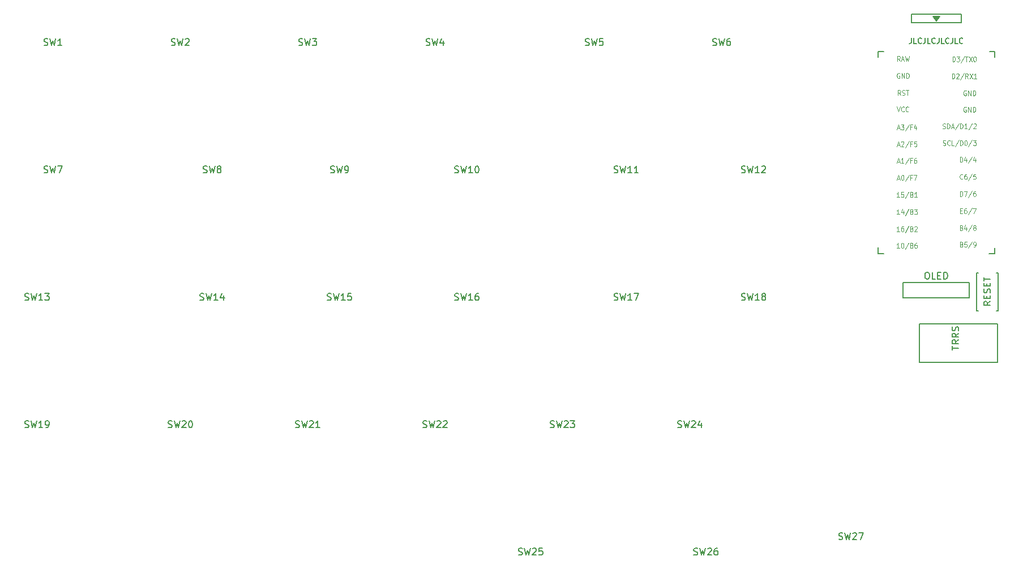
<source format=gbr>
G04 #@! TF.GenerationSoftware,KiCad,Pcbnew,(5.1.9)-1*
G04 #@! TF.CreationDate,2021-01-10T01:59:45+09:00*
G04 #@! TF.ProjectId,yuiop27,7975696f-7032-4372-9e6b-696361645f70,rev?*
G04 #@! TF.SameCoordinates,Original*
G04 #@! TF.FileFunction,Legend,Top*
G04 #@! TF.FilePolarity,Positive*
%FSLAX46Y46*%
G04 Gerber Fmt 4.6, Leading zero omitted, Abs format (unit mm)*
G04 Created by KiCad (PCBNEW (5.1.9)-1) date 2021-01-10 01:59:45*
%MOMM*%
%LPD*%
G01*
G04 APERTURE LIST*
%ADD10C,0.150000*%
%ADD11C,0.125000*%
G04 APERTURE END LIST*
D10*
X210236261Y-60998154D02*
X210236261Y-61569583D01*
X210198166Y-61683869D01*
X210121976Y-61760059D01*
X210007690Y-61798154D01*
X209931500Y-61798154D01*
X210998166Y-61798154D02*
X210617214Y-61798154D01*
X210617214Y-60998154D01*
X211721976Y-61721964D02*
X211683880Y-61760059D01*
X211569595Y-61798154D01*
X211493404Y-61798154D01*
X211379119Y-61760059D01*
X211302928Y-61683869D01*
X211264833Y-61607678D01*
X211226738Y-61455297D01*
X211226738Y-61341011D01*
X211264833Y-61188630D01*
X211302928Y-61112440D01*
X211379119Y-61036250D01*
X211493404Y-60998154D01*
X211569595Y-60998154D01*
X211683880Y-61036250D01*
X211721976Y-61074345D01*
X212293404Y-60998154D02*
X212293404Y-61569583D01*
X212255309Y-61683869D01*
X212179119Y-61760059D01*
X212064833Y-61798154D01*
X211988642Y-61798154D01*
X213055309Y-61798154D02*
X212674357Y-61798154D01*
X212674357Y-60998154D01*
X213779119Y-61721964D02*
X213741023Y-61760059D01*
X213626738Y-61798154D01*
X213550547Y-61798154D01*
X213436261Y-61760059D01*
X213360071Y-61683869D01*
X213321976Y-61607678D01*
X213283880Y-61455297D01*
X213283880Y-61341011D01*
X213321976Y-61188630D01*
X213360071Y-61112440D01*
X213436261Y-61036250D01*
X213550547Y-60998154D01*
X213626738Y-60998154D01*
X213741023Y-61036250D01*
X213779119Y-61074345D01*
X214350547Y-60998154D02*
X214350547Y-61569583D01*
X214312452Y-61683869D01*
X214236261Y-61760059D01*
X214121976Y-61798154D01*
X214045785Y-61798154D01*
X215112452Y-61798154D02*
X214731500Y-61798154D01*
X214731500Y-60998154D01*
X215836261Y-61721964D02*
X215798166Y-61760059D01*
X215683880Y-61798154D01*
X215607690Y-61798154D01*
X215493404Y-61760059D01*
X215417214Y-61683869D01*
X215379119Y-61607678D01*
X215341023Y-61455297D01*
X215341023Y-61341011D01*
X215379119Y-61188630D01*
X215417214Y-61112440D01*
X215493404Y-61036250D01*
X215607690Y-60998154D01*
X215683880Y-60998154D01*
X215798166Y-61036250D01*
X215836261Y-61074345D01*
X216407690Y-60998154D02*
X216407690Y-61569583D01*
X216369595Y-61683869D01*
X216293404Y-61760059D01*
X216179119Y-61798154D01*
X216102928Y-61798154D01*
X217169595Y-61798154D02*
X216788642Y-61798154D01*
X216788642Y-60998154D01*
X217893404Y-61721964D02*
X217855309Y-61760059D01*
X217741023Y-61798154D01*
X217664833Y-61798154D01*
X217550547Y-61760059D01*
X217474357Y-61683869D01*
X217436261Y-61607678D01*
X217398166Y-61455297D01*
X217398166Y-61341011D01*
X217436261Y-61188630D01*
X217474357Y-61112440D01*
X217550547Y-61036250D01*
X217664833Y-60998154D01*
X217741023Y-60998154D01*
X217855309Y-61036250D01*
X217893404Y-61074345D01*
X223147750Y-103716500D02*
X223147750Y-109516500D01*
X223147750Y-109516500D02*
X211397750Y-109516500D01*
X211397750Y-109516500D02*
X211397750Y-103716500D01*
X211397750Y-103716500D02*
X223147750Y-103716500D01*
X209003250Y-99829000D02*
X218903250Y-99829000D01*
X209003250Y-97529000D02*
X218903250Y-97529000D01*
X218903250Y-97529000D02*
X218903250Y-99829000D01*
X209003250Y-99829000D02*
X209003250Y-97529000D01*
X223183250Y-101783000D02*
X223183250Y-96083000D01*
X223183250Y-96083000D02*
X222933250Y-96083000D01*
X223183250Y-101783000D02*
X222933250Y-101783000D01*
X219983250Y-101783000D02*
X220233250Y-101783000D01*
X219983250Y-101783000D02*
X219983250Y-96083000D01*
X219983250Y-96083000D02*
X220233250Y-96083000D01*
X213813250Y-58213000D02*
X214113250Y-58213000D01*
X213713250Y-58063000D02*
X214213250Y-58063000D01*
X213613250Y-57913000D02*
X214313250Y-57913000D01*
X213963250Y-58413000D02*
X213463250Y-57763000D01*
X214463250Y-57763000D02*
X213963250Y-58413000D01*
X213463250Y-57763000D02*
X214463250Y-57763000D01*
X217713250Y-57413000D02*
X210213250Y-57413000D01*
X217713250Y-58713000D02*
X217713250Y-57413000D01*
X210213250Y-58713000D02*
X217713250Y-58713000D01*
X210213250Y-57413000D02*
X210213250Y-58713000D01*
X205213250Y-63013000D02*
X205213250Y-63863000D01*
X222713250Y-63013000D02*
X222713250Y-63863000D01*
X205213250Y-63013000D02*
X206063250Y-63013000D01*
X222713250Y-63013000D02*
X221913250Y-63013000D01*
X205213250Y-92313000D02*
X205213250Y-93213000D01*
X222713250Y-92363000D02*
X222713250Y-93213000D01*
X205213250Y-93213000D02*
X206063250Y-93213000D01*
X222713250Y-93213000D02*
X221853250Y-93213000D01*
X156222226Y-119204761D02*
X156365083Y-119252380D01*
X156603178Y-119252380D01*
X156698416Y-119204761D01*
X156746035Y-119157142D01*
X156793654Y-119061904D01*
X156793654Y-118966666D01*
X156746035Y-118871428D01*
X156698416Y-118823809D01*
X156603178Y-118776190D01*
X156412702Y-118728571D01*
X156317464Y-118680952D01*
X156269845Y-118633333D01*
X156222226Y-118538095D01*
X156222226Y-118442857D01*
X156269845Y-118347619D01*
X156317464Y-118300000D01*
X156412702Y-118252380D01*
X156650797Y-118252380D01*
X156793654Y-118300000D01*
X157126988Y-118252380D02*
X157365083Y-119252380D01*
X157555559Y-118538095D01*
X157746035Y-119252380D01*
X157984130Y-118252380D01*
X158317464Y-118347619D02*
X158365083Y-118300000D01*
X158460321Y-118252380D01*
X158698416Y-118252380D01*
X158793654Y-118300000D01*
X158841273Y-118347619D01*
X158888892Y-118442857D01*
X158888892Y-118538095D01*
X158841273Y-118680952D01*
X158269845Y-119252380D01*
X158888892Y-119252380D01*
X159222226Y-118252380D02*
X159841273Y-118252380D01*
X159507940Y-118633333D01*
X159650797Y-118633333D01*
X159746035Y-118680952D01*
X159793654Y-118728571D01*
X159841273Y-118823809D01*
X159841273Y-119061904D01*
X159793654Y-119157142D01*
X159746035Y-119204761D01*
X159650797Y-119252380D01*
X159365083Y-119252380D01*
X159269845Y-119204761D01*
X159222226Y-119157142D01*
X165747226Y-81104761D02*
X165890083Y-81152380D01*
X166128178Y-81152380D01*
X166223416Y-81104761D01*
X166271035Y-81057142D01*
X166318654Y-80961904D01*
X166318654Y-80866666D01*
X166271035Y-80771428D01*
X166223416Y-80723809D01*
X166128178Y-80676190D01*
X165937702Y-80628571D01*
X165842464Y-80580952D01*
X165794845Y-80533333D01*
X165747226Y-80438095D01*
X165747226Y-80342857D01*
X165794845Y-80247619D01*
X165842464Y-80200000D01*
X165937702Y-80152380D01*
X166175797Y-80152380D01*
X166318654Y-80200000D01*
X166651988Y-80152380D02*
X166890083Y-81152380D01*
X167080559Y-80438095D01*
X167271035Y-81152380D01*
X167509130Y-80152380D01*
X168413892Y-81152380D02*
X167842464Y-81152380D01*
X168128178Y-81152380D02*
X168128178Y-80152380D01*
X168032940Y-80295238D01*
X167937702Y-80390476D01*
X167842464Y-80438095D01*
X169366273Y-81152380D02*
X168794845Y-81152380D01*
X169080559Y-81152380D02*
X169080559Y-80152380D01*
X168985321Y-80295238D01*
X168890083Y-80390476D01*
X168794845Y-80438095D01*
X103834726Y-100154761D02*
X103977583Y-100202380D01*
X104215678Y-100202380D01*
X104310916Y-100154761D01*
X104358535Y-100107142D01*
X104406154Y-100011904D01*
X104406154Y-99916666D01*
X104358535Y-99821428D01*
X104310916Y-99773809D01*
X104215678Y-99726190D01*
X104025202Y-99678571D01*
X103929964Y-99630952D01*
X103882345Y-99583333D01*
X103834726Y-99488095D01*
X103834726Y-99392857D01*
X103882345Y-99297619D01*
X103929964Y-99250000D01*
X104025202Y-99202380D01*
X104263297Y-99202380D01*
X104406154Y-99250000D01*
X104739488Y-99202380D02*
X104977583Y-100202380D01*
X105168059Y-99488095D01*
X105358535Y-100202380D01*
X105596630Y-99202380D01*
X106501392Y-100202380D02*
X105929964Y-100202380D01*
X106215678Y-100202380D02*
X106215678Y-99202380D01*
X106120440Y-99345238D01*
X106025202Y-99440476D01*
X105929964Y-99488095D01*
X107358535Y-99535714D02*
X107358535Y-100202380D01*
X107120440Y-99154761D02*
X106882345Y-99869047D01*
X107501392Y-99869047D01*
X141934726Y-81104761D02*
X142077583Y-81152380D01*
X142315678Y-81152380D01*
X142410916Y-81104761D01*
X142458535Y-81057142D01*
X142506154Y-80961904D01*
X142506154Y-80866666D01*
X142458535Y-80771428D01*
X142410916Y-80723809D01*
X142315678Y-80676190D01*
X142125202Y-80628571D01*
X142029964Y-80580952D01*
X141982345Y-80533333D01*
X141934726Y-80438095D01*
X141934726Y-80342857D01*
X141982345Y-80247619D01*
X142029964Y-80200000D01*
X142125202Y-80152380D01*
X142363297Y-80152380D01*
X142506154Y-80200000D01*
X142839488Y-80152380D02*
X143077583Y-81152380D01*
X143268059Y-80438095D01*
X143458535Y-81152380D01*
X143696630Y-80152380D01*
X144601392Y-81152380D02*
X144029964Y-81152380D01*
X144315678Y-81152380D02*
X144315678Y-80152380D01*
X144220440Y-80295238D01*
X144125202Y-80390476D01*
X144029964Y-80438095D01*
X145220440Y-80152380D02*
X145315678Y-80152380D01*
X145410916Y-80200000D01*
X145458535Y-80247619D01*
X145506154Y-80342857D01*
X145553773Y-80533333D01*
X145553773Y-80771428D01*
X145506154Y-80961904D01*
X145458535Y-81057142D01*
X145410916Y-81104761D01*
X145315678Y-81152380D01*
X145220440Y-81152380D01*
X145125202Y-81104761D01*
X145077583Y-81057142D01*
X145029964Y-80961904D01*
X144982345Y-80771428D01*
X144982345Y-80533333D01*
X145029964Y-80342857D01*
X145077583Y-80247619D01*
X145125202Y-80200000D01*
X145220440Y-80152380D01*
X216300130Y-107628404D02*
X216300130Y-107056976D01*
X217300130Y-107342690D02*
X216300130Y-107342690D01*
X217300130Y-106152214D02*
X216823940Y-106485547D01*
X217300130Y-106723642D02*
X216300130Y-106723642D01*
X216300130Y-106342690D01*
X216347750Y-106247452D01*
X216395369Y-106199833D01*
X216490607Y-106152214D01*
X216633464Y-106152214D01*
X216728702Y-106199833D01*
X216776321Y-106247452D01*
X216823940Y-106342690D01*
X216823940Y-106723642D01*
X217300130Y-105152214D02*
X216823940Y-105485547D01*
X217300130Y-105723642D02*
X216300130Y-105723642D01*
X216300130Y-105342690D01*
X216347750Y-105247452D01*
X216395369Y-105199833D01*
X216490607Y-105152214D01*
X216633464Y-105152214D01*
X216728702Y-105199833D01*
X216776321Y-105247452D01*
X216823940Y-105342690D01*
X216823940Y-105723642D01*
X217252511Y-104771261D02*
X217300130Y-104628404D01*
X217300130Y-104390309D01*
X217252511Y-104295071D01*
X217204892Y-104247452D01*
X217109654Y-104199833D01*
X217014416Y-104199833D01*
X216919178Y-104247452D01*
X216871559Y-104295071D01*
X216823940Y-104390309D01*
X216776321Y-104580785D01*
X216728702Y-104676023D01*
X216681083Y-104723642D01*
X216585845Y-104771261D01*
X216490607Y-104771261D01*
X216395369Y-104723642D01*
X216347750Y-104676023D01*
X216300130Y-104580785D01*
X216300130Y-104342690D01*
X216347750Y-104199833D01*
X212500869Y-96031380D02*
X212691345Y-96031380D01*
X212786583Y-96079000D01*
X212881821Y-96174238D01*
X212929440Y-96364714D01*
X212929440Y-96698047D01*
X212881821Y-96888523D01*
X212786583Y-96983761D01*
X212691345Y-97031380D01*
X212500869Y-97031380D01*
X212405630Y-96983761D01*
X212310392Y-96888523D01*
X212262773Y-96698047D01*
X212262773Y-96364714D01*
X212310392Y-96174238D01*
X212405630Y-96079000D01*
X212500869Y-96031380D01*
X213834202Y-97031380D02*
X213358011Y-97031380D01*
X213358011Y-96031380D01*
X214167535Y-96507571D02*
X214500869Y-96507571D01*
X214643726Y-97031380D02*
X214167535Y-97031380D01*
X214167535Y-96031380D01*
X214643726Y-96031380D01*
X215072297Y-97031380D02*
X215072297Y-96031380D01*
X215310392Y-96031380D01*
X215453250Y-96079000D01*
X215548488Y-96174238D01*
X215596107Y-96269476D01*
X215643726Y-96459952D01*
X215643726Y-96602809D01*
X215596107Y-96793285D01*
X215548488Y-96888523D01*
X215453250Y-96983761D01*
X215310392Y-97031380D01*
X215072297Y-97031380D01*
X222035630Y-100385380D02*
X221559440Y-100718714D01*
X222035630Y-100956809D02*
X221035630Y-100956809D01*
X221035630Y-100575857D01*
X221083250Y-100480619D01*
X221130869Y-100433000D01*
X221226107Y-100385380D01*
X221368964Y-100385380D01*
X221464202Y-100433000D01*
X221511821Y-100480619D01*
X221559440Y-100575857D01*
X221559440Y-100956809D01*
X221511821Y-99956809D02*
X221511821Y-99623476D01*
X222035630Y-99480619D02*
X222035630Y-99956809D01*
X221035630Y-99956809D01*
X221035630Y-99480619D01*
X221988011Y-99099666D02*
X222035630Y-98956809D01*
X222035630Y-98718714D01*
X221988011Y-98623476D01*
X221940392Y-98575857D01*
X221845154Y-98528238D01*
X221749916Y-98528238D01*
X221654678Y-98575857D01*
X221607059Y-98623476D01*
X221559440Y-98718714D01*
X221511821Y-98909190D01*
X221464202Y-99004428D01*
X221416583Y-99052047D01*
X221321345Y-99099666D01*
X221226107Y-99099666D01*
X221130869Y-99052047D01*
X221083250Y-99004428D01*
X221035630Y-98909190D01*
X221035630Y-98671095D01*
X221083250Y-98528238D01*
X221511821Y-98099666D02*
X221511821Y-97766333D01*
X222035630Y-97623476D02*
X222035630Y-98099666D01*
X221035630Y-98099666D01*
X221035630Y-97623476D01*
X221035630Y-97337761D02*
X221035630Y-96766333D01*
X222035630Y-97052047D02*
X221035630Y-97052047D01*
X80498416Y-62054761D02*
X80641273Y-62102380D01*
X80879369Y-62102380D01*
X80974607Y-62054761D01*
X81022226Y-62007142D01*
X81069845Y-61911904D01*
X81069845Y-61816666D01*
X81022226Y-61721428D01*
X80974607Y-61673809D01*
X80879369Y-61626190D01*
X80688892Y-61578571D01*
X80593654Y-61530952D01*
X80546035Y-61483333D01*
X80498416Y-61388095D01*
X80498416Y-61292857D01*
X80546035Y-61197619D01*
X80593654Y-61150000D01*
X80688892Y-61102380D01*
X80926988Y-61102380D01*
X81069845Y-61150000D01*
X81403178Y-61102380D02*
X81641273Y-62102380D01*
X81831750Y-61388095D01*
X82022226Y-62102380D01*
X82260321Y-61102380D01*
X83165083Y-62102380D02*
X82593654Y-62102380D01*
X82879369Y-62102380D02*
X82879369Y-61102380D01*
X82784130Y-61245238D01*
X82688892Y-61340476D01*
X82593654Y-61388095D01*
X99548416Y-62054761D02*
X99691273Y-62102380D01*
X99929369Y-62102380D01*
X100024607Y-62054761D01*
X100072226Y-62007142D01*
X100119845Y-61911904D01*
X100119845Y-61816666D01*
X100072226Y-61721428D01*
X100024607Y-61673809D01*
X99929369Y-61626190D01*
X99738892Y-61578571D01*
X99643654Y-61530952D01*
X99596035Y-61483333D01*
X99548416Y-61388095D01*
X99548416Y-61292857D01*
X99596035Y-61197619D01*
X99643654Y-61150000D01*
X99738892Y-61102380D01*
X99976988Y-61102380D01*
X100119845Y-61150000D01*
X100453178Y-61102380D02*
X100691273Y-62102380D01*
X100881750Y-61388095D01*
X101072226Y-62102380D01*
X101310321Y-61102380D01*
X101643654Y-61197619D02*
X101691273Y-61150000D01*
X101786511Y-61102380D01*
X102024607Y-61102380D01*
X102119845Y-61150000D01*
X102167464Y-61197619D01*
X102215083Y-61292857D01*
X102215083Y-61388095D01*
X102167464Y-61530952D01*
X101596035Y-62102380D01*
X102215083Y-62102380D01*
X118598416Y-62054761D02*
X118741273Y-62102380D01*
X118979369Y-62102380D01*
X119074607Y-62054761D01*
X119122226Y-62007142D01*
X119169845Y-61911904D01*
X119169845Y-61816666D01*
X119122226Y-61721428D01*
X119074607Y-61673809D01*
X118979369Y-61626190D01*
X118788892Y-61578571D01*
X118693654Y-61530952D01*
X118646035Y-61483333D01*
X118598416Y-61388095D01*
X118598416Y-61292857D01*
X118646035Y-61197619D01*
X118693654Y-61150000D01*
X118788892Y-61102380D01*
X119026988Y-61102380D01*
X119169845Y-61150000D01*
X119503178Y-61102380D02*
X119741273Y-62102380D01*
X119931750Y-61388095D01*
X120122226Y-62102380D01*
X120360321Y-61102380D01*
X120646035Y-61102380D02*
X121265083Y-61102380D01*
X120931750Y-61483333D01*
X121074607Y-61483333D01*
X121169845Y-61530952D01*
X121217464Y-61578571D01*
X121265083Y-61673809D01*
X121265083Y-61911904D01*
X121217464Y-62007142D01*
X121169845Y-62054761D01*
X121074607Y-62102380D01*
X120788892Y-62102380D01*
X120693654Y-62054761D01*
X120646035Y-62007142D01*
X137648416Y-62054761D02*
X137791273Y-62102380D01*
X138029369Y-62102380D01*
X138124607Y-62054761D01*
X138172226Y-62007142D01*
X138219845Y-61911904D01*
X138219845Y-61816666D01*
X138172226Y-61721428D01*
X138124607Y-61673809D01*
X138029369Y-61626190D01*
X137838892Y-61578571D01*
X137743654Y-61530952D01*
X137696035Y-61483333D01*
X137648416Y-61388095D01*
X137648416Y-61292857D01*
X137696035Y-61197619D01*
X137743654Y-61150000D01*
X137838892Y-61102380D01*
X138076988Y-61102380D01*
X138219845Y-61150000D01*
X138553178Y-61102380D02*
X138791273Y-62102380D01*
X138981750Y-61388095D01*
X139172226Y-62102380D01*
X139410321Y-61102380D01*
X140219845Y-61435714D02*
X140219845Y-62102380D01*
X139981750Y-61054761D02*
X139743654Y-61769047D01*
X140362702Y-61769047D01*
X161460916Y-62054761D02*
X161603773Y-62102380D01*
X161841869Y-62102380D01*
X161937107Y-62054761D01*
X161984726Y-62007142D01*
X162032345Y-61911904D01*
X162032345Y-61816666D01*
X161984726Y-61721428D01*
X161937107Y-61673809D01*
X161841869Y-61626190D01*
X161651392Y-61578571D01*
X161556154Y-61530952D01*
X161508535Y-61483333D01*
X161460916Y-61388095D01*
X161460916Y-61292857D01*
X161508535Y-61197619D01*
X161556154Y-61150000D01*
X161651392Y-61102380D01*
X161889488Y-61102380D01*
X162032345Y-61150000D01*
X162365678Y-61102380D02*
X162603773Y-62102380D01*
X162794250Y-61388095D01*
X162984726Y-62102380D01*
X163222821Y-61102380D01*
X164079964Y-61102380D02*
X163603773Y-61102380D01*
X163556154Y-61578571D01*
X163603773Y-61530952D01*
X163699011Y-61483333D01*
X163937107Y-61483333D01*
X164032345Y-61530952D01*
X164079964Y-61578571D01*
X164127583Y-61673809D01*
X164127583Y-61911904D01*
X164079964Y-62007142D01*
X164032345Y-62054761D01*
X163937107Y-62102380D01*
X163699011Y-62102380D01*
X163603773Y-62054761D01*
X163556154Y-62007142D01*
X180510916Y-62054761D02*
X180653773Y-62102380D01*
X180891869Y-62102380D01*
X180987107Y-62054761D01*
X181034726Y-62007142D01*
X181082345Y-61911904D01*
X181082345Y-61816666D01*
X181034726Y-61721428D01*
X180987107Y-61673809D01*
X180891869Y-61626190D01*
X180701392Y-61578571D01*
X180606154Y-61530952D01*
X180558535Y-61483333D01*
X180510916Y-61388095D01*
X180510916Y-61292857D01*
X180558535Y-61197619D01*
X180606154Y-61150000D01*
X180701392Y-61102380D01*
X180939488Y-61102380D01*
X181082345Y-61150000D01*
X181415678Y-61102380D02*
X181653773Y-62102380D01*
X181844250Y-61388095D01*
X182034726Y-62102380D01*
X182272821Y-61102380D01*
X183082345Y-61102380D02*
X182891869Y-61102380D01*
X182796630Y-61150000D01*
X182749011Y-61197619D01*
X182653773Y-61340476D01*
X182606154Y-61530952D01*
X182606154Y-61911904D01*
X182653773Y-62007142D01*
X182701392Y-62054761D01*
X182796630Y-62102380D01*
X182987107Y-62102380D01*
X183082345Y-62054761D01*
X183129964Y-62007142D01*
X183177583Y-61911904D01*
X183177583Y-61673809D01*
X183129964Y-61578571D01*
X183082345Y-61530952D01*
X182987107Y-61483333D01*
X182796630Y-61483333D01*
X182701392Y-61530952D01*
X182653773Y-61578571D01*
X182606154Y-61673809D01*
X80498416Y-81104761D02*
X80641273Y-81152380D01*
X80879369Y-81152380D01*
X80974607Y-81104761D01*
X81022226Y-81057142D01*
X81069845Y-80961904D01*
X81069845Y-80866666D01*
X81022226Y-80771428D01*
X80974607Y-80723809D01*
X80879369Y-80676190D01*
X80688892Y-80628571D01*
X80593654Y-80580952D01*
X80546035Y-80533333D01*
X80498416Y-80438095D01*
X80498416Y-80342857D01*
X80546035Y-80247619D01*
X80593654Y-80200000D01*
X80688892Y-80152380D01*
X80926988Y-80152380D01*
X81069845Y-80200000D01*
X81403178Y-80152380D02*
X81641273Y-81152380D01*
X81831750Y-80438095D01*
X82022226Y-81152380D01*
X82260321Y-80152380D01*
X82546035Y-80152380D02*
X83212702Y-80152380D01*
X82784130Y-81152380D01*
X104310916Y-81104761D02*
X104453773Y-81152380D01*
X104691869Y-81152380D01*
X104787107Y-81104761D01*
X104834726Y-81057142D01*
X104882345Y-80961904D01*
X104882345Y-80866666D01*
X104834726Y-80771428D01*
X104787107Y-80723809D01*
X104691869Y-80676190D01*
X104501392Y-80628571D01*
X104406154Y-80580952D01*
X104358535Y-80533333D01*
X104310916Y-80438095D01*
X104310916Y-80342857D01*
X104358535Y-80247619D01*
X104406154Y-80200000D01*
X104501392Y-80152380D01*
X104739488Y-80152380D01*
X104882345Y-80200000D01*
X105215678Y-80152380D02*
X105453773Y-81152380D01*
X105644250Y-80438095D01*
X105834726Y-81152380D01*
X106072821Y-80152380D01*
X106596630Y-80580952D02*
X106501392Y-80533333D01*
X106453773Y-80485714D01*
X106406154Y-80390476D01*
X106406154Y-80342857D01*
X106453773Y-80247619D01*
X106501392Y-80200000D01*
X106596630Y-80152380D01*
X106787107Y-80152380D01*
X106882345Y-80200000D01*
X106929964Y-80247619D01*
X106977583Y-80342857D01*
X106977583Y-80390476D01*
X106929964Y-80485714D01*
X106882345Y-80533333D01*
X106787107Y-80580952D01*
X106596630Y-80580952D01*
X106501392Y-80628571D01*
X106453773Y-80676190D01*
X106406154Y-80771428D01*
X106406154Y-80961904D01*
X106453773Y-81057142D01*
X106501392Y-81104761D01*
X106596630Y-81152380D01*
X106787107Y-81152380D01*
X106882345Y-81104761D01*
X106929964Y-81057142D01*
X106977583Y-80961904D01*
X106977583Y-80771428D01*
X106929964Y-80676190D01*
X106882345Y-80628571D01*
X106787107Y-80580952D01*
X123360916Y-81104761D02*
X123503773Y-81152380D01*
X123741869Y-81152380D01*
X123837107Y-81104761D01*
X123884726Y-81057142D01*
X123932345Y-80961904D01*
X123932345Y-80866666D01*
X123884726Y-80771428D01*
X123837107Y-80723809D01*
X123741869Y-80676190D01*
X123551392Y-80628571D01*
X123456154Y-80580952D01*
X123408535Y-80533333D01*
X123360916Y-80438095D01*
X123360916Y-80342857D01*
X123408535Y-80247619D01*
X123456154Y-80200000D01*
X123551392Y-80152380D01*
X123789488Y-80152380D01*
X123932345Y-80200000D01*
X124265678Y-80152380D02*
X124503773Y-81152380D01*
X124694250Y-80438095D01*
X124884726Y-81152380D01*
X125122821Y-80152380D01*
X125551392Y-81152380D02*
X125741869Y-81152380D01*
X125837107Y-81104761D01*
X125884726Y-81057142D01*
X125979964Y-80914285D01*
X126027583Y-80723809D01*
X126027583Y-80342857D01*
X125979964Y-80247619D01*
X125932345Y-80200000D01*
X125837107Y-80152380D01*
X125646630Y-80152380D01*
X125551392Y-80200000D01*
X125503773Y-80247619D01*
X125456154Y-80342857D01*
X125456154Y-80580952D01*
X125503773Y-80676190D01*
X125551392Y-80723809D01*
X125646630Y-80771428D01*
X125837107Y-80771428D01*
X125932345Y-80723809D01*
X125979964Y-80676190D01*
X126027583Y-80580952D01*
X184797226Y-81104761D02*
X184940083Y-81152380D01*
X185178178Y-81152380D01*
X185273416Y-81104761D01*
X185321035Y-81057142D01*
X185368654Y-80961904D01*
X185368654Y-80866666D01*
X185321035Y-80771428D01*
X185273416Y-80723809D01*
X185178178Y-80676190D01*
X184987702Y-80628571D01*
X184892464Y-80580952D01*
X184844845Y-80533333D01*
X184797226Y-80438095D01*
X184797226Y-80342857D01*
X184844845Y-80247619D01*
X184892464Y-80200000D01*
X184987702Y-80152380D01*
X185225797Y-80152380D01*
X185368654Y-80200000D01*
X185701988Y-80152380D02*
X185940083Y-81152380D01*
X186130559Y-80438095D01*
X186321035Y-81152380D01*
X186559130Y-80152380D01*
X187463892Y-81152380D02*
X186892464Y-81152380D01*
X187178178Y-81152380D02*
X187178178Y-80152380D01*
X187082940Y-80295238D01*
X186987702Y-80390476D01*
X186892464Y-80438095D01*
X187844845Y-80247619D02*
X187892464Y-80200000D01*
X187987702Y-80152380D01*
X188225797Y-80152380D01*
X188321035Y-80200000D01*
X188368654Y-80247619D01*
X188416273Y-80342857D01*
X188416273Y-80438095D01*
X188368654Y-80580952D01*
X187797226Y-81152380D01*
X188416273Y-81152380D01*
X77640976Y-100154761D02*
X77783833Y-100202380D01*
X78021928Y-100202380D01*
X78117166Y-100154761D01*
X78164785Y-100107142D01*
X78212404Y-100011904D01*
X78212404Y-99916666D01*
X78164785Y-99821428D01*
X78117166Y-99773809D01*
X78021928Y-99726190D01*
X77831452Y-99678571D01*
X77736214Y-99630952D01*
X77688595Y-99583333D01*
X77640976Y-99488095D01*
X77640976Y-99392857D01*
X77688595Y-99297619D01*
X77736214Y-99250000D01*
X77831452Y-99202380D01*
X78069547Y-99202380D01*
X78212404Y-99250000D01*
X78545738Y-99202380D02*
X78783833Y-100202380D01*
X78974309Y-99488095D01*
X79164785Y-100202380D01*
X79402880Y-99202380D01*
X80307642Y-100202380D02*
X79736214Y-100202380D01*
X80021928Y-100202380D02*
X80021928Y-99202380D01*
X79926690Y-99345238D01*
X79831452Y-99440476D01*
X79736214Y-99488095D01*
X80640976Y-99202380D02*
X81260023Y-99202380D01*
X80926690Y-99583333D01*
X81069547Y-99583333D01*
X81164785Y-99630952D01*
X81212404Y-99678571D01*
X81260023Y-99773809D01*
X81260023Y-100011904D01*
X81212404Y-100107142D01*
X81164785Y-100154761D01*
X81069547Y-100202380D01*
X80783833Y-100202380D01*
X80688595Y-100154761D01*
X80640976Y-100107142D01*
X122884726Y-100154761D02*
X123027583Y-100202380D01*
X123265678Y-100202380D01*
X123360916Y-100154761D01*
X123408535Y-100107142D01*
X123456154Y-100011904D01*
X123456154Y-99916666D01*
X123408535Y-99821428D01*
X123360916Y-99773809D01*
X123265678Y-99726190D01*
X123075202Y-99678571D01*
X122979964Y-99630952D01*
X122932345Y-99583333D01*
X122884726Y-99488095D01*
X122884726Y-99392857D01*
X122932345Y-99297619D01*
X122979964Y-99250000D01*
X123075202Y-99202380D01*
X123313297Y-99202380D01*
X123456154Y-99250000D01*
X123789488Y-99202380D02*
X124027583Y-100202380D01*
X124218059Y-99488095D01*
X124408535Y-100202380D01*
X124646630Y-99202380D01*
X125551392Y-100202380D02*
X124979964Y-100202380D01*
X125265678Y-100202380D02*
X125265678Y-99202380D01*
X125170440Y-99345238D01*
X125075202Y-99440476D01*
X124979964Y-99488095D01*
X126456154Y-99202380D02*
X125979964Y-99202380D01*
X125932345Y-99678571D01*
X125979964Y-99630952D01*
X126075202Y-99583333D01*
X126313297Y-99583333D01*
X126408535Y-99630952D01*
X126456154Y-99678571D01*
X126503773Y-99773809D01*
X126503773Y-100011904D01*
X126456154Y-100107142D01*
X126408535Y-100154761D01*
X126313297Y-100202380D01*
X126075202Y-100202380D01*
X125979964Y-100154761D01*
X125932345Y-100107142D01*
X141934726Y-100154761D02*
X142077583Y-100202380D01*
X142315678Y-100202380D01*
X142410916Y-100154761D01*
X142458535Y-100107142D01*
X142506154Y-100011904D01*
X142506154Y-99916666D01*
X142458535Y-99821428D01*
X142410916Y-99773809D01*
X142315678Y-99726190D01*
X142125202Y-99678571D01*
X142029964Y-99630952D01*
X141982345Y-99583333D01*
X141934726Y-99488095D01*
X141934726Y-99392857D01*
X141982345Y-99297619D01*
X142029964Y-99250000D01*
X142125202Y-99202380D01*
X142363297Y-99202380D01*
X142506154Y-99250000D01*
X142839488Y-99202380D02*
X143077583Y-100202380D01*
X143268059Y-99488095D01*
X143458535Y-100202380D01*
X143696630Y-99202380D01*
X144601392Y-100202380D02*
X144029964Y-100202380D01*
X144315678Y-100202380D02*
X144315678Y-99202380D01*
X144220440Y-99345238D01*
X144125202Y-99440476D01*
X144029964Y-99488095D01*
X145458535Y-99202380D02*
X145268059Y-99202380D01*
X145172821Y-99250000D01*
X145125202Y-99297619D01*
X145029964Y-99440476D01*
X144982345Y-99630952D01*
X144982345Y-100011904D01*
X145029964Y-100107142D01*
X145077583Y-100154761D01*
X145172821Y-100202380D01*
X145363297Y-100202380D01*
X145458535Y-100154761D01*
X145506154Y-100107142D01*
X145553773Y-100011904D01*
X145553773Y-99773809D01*
X145506154Y-99678571D01*
X145458535Y-99630952D01*
X145363297Y-99583333D01*
X145172821Y-99583333D01*
X145077583Y-99630952D01*
X145029964Y-99678571D01*
X144982345Y-99773809D01*
X165747226Y-100154761D02*
X165890083Y-100202380D01*
X166128178Y-100202380D01*
X166223416Y-100154761D01*
X166271035Y-100107142D01*
X166318654Y-100011904D01*
X166318654Y-99916666D01*
X166271035Y-99821428D01*
X166223416Y-99773809D01*
X166128178Y-99726190D01*
X165937702Y-99678571D01*
X165842464Y-99630952D01*
X165794845Y-99583333D01*
X165747226Y-99488095D01*
X165747226Y-99392857D01*
X165794845Y-99297619D01*
X165842464Y-99250000D01*
X165937702Y-99202380D01*
X166175797Y-99202380D01*
X166318654Y-99250000D01*
X166651988Y-99202380D02*
X166890083Y-100202380D01*
X167080559Y-99488095D01*
X167271035Y-100202380D01*
X167509130Y-99202380D01*
X168413892Y-100202380D02*
X167842464Y-100202380D01*
X168128178Y-100202380D02*
X168128178Y-99202380D01*
X168032940Y-99345238D01*
X167937702Y-99440476D01*
X167842464Y-99488095D01*
X168747226Y-99202380D02*
X169413892Y-99202380D01*
X168985321Y-100202380D01*
X184797226Y-100154761D02*
X184940083Y-100202380D01*
X185178178Y-100202380D01*
X185273416Y-100154761D01*
X185321035Y-100107142D01*
X185368654Y-100011904D01*
X185368654Y-99916666D01*
X185321035Y-99821428D01*
X185273416Y-99773809D01*
X185178178Y-99726190D01*
X184987702Y-99678571D01*
X184892464Y-99630952D01*
X184844845Y-99583333D01*
X184797226Y-99488095D01*
X184797226Y-99392857D01*
X184844845Y-99297619D01*
X184892464Y-99250000D01*
X184987702Y-99202380D01*
X185225797Y-99202380D01*
X185368654Y-99250000D01*
X185701988Y-99202380D02*
X185940083Y-100202380D01*
X186130559Y-99488095D01*
X186321035Y-100202380D01*
X186559130Y-99202380D01*
X187463892Y-100202380D02*
X186892464Y-100202380D01*
X187178178Y-100202380D02*
X187178178Y-99202380D01*
X187082940Y-99345238D01*
X186987702Y-99440476D01*
X186892464Y-99488095D01*
X188035321Y-99630952D02*
X187940083Y-99583333D01*
X187892464Y-99535714D01*
X187844845Y-99440476D01*
X187844845Y-99392857D01*
X187892464Y-99297619D01*
X187940083Y-99250000D01*
X188035321Y-99202380D01*
X188225797Y-99202380D01*
X188321035Y-99250000D01*
X188368654Y-99297619D01*
X188416273Y-99392857D01*
X188416273Y-99440476D01*
X188368654Y-99535714D01*
X188321035Y-99583333D01*
X188225797Y-99630952D01*
X188035321Y-99630952D01*
X187940083Y-99678571D01*
X187892464Y-99726190D01*
X187844845Y-99821428D01*
X187844845Y-100011904D01*
X187892464Y-100107142D01*
X187940083Y-100154761D01*
X188035321Y-100202380D01*
X188225797Y-100202380D01*
X188321035Y-100154761D01*
X188368654Y-100107142D01*
X188416273Y-100011904D01*
X188416273Y-99821428D01*
X188368654Y-99726190D01*
X188321035Y-99678571D01*
X188225797Y-99630952D01*
X77640976Y-119204761D02*
X77783833Y-119252380D01*
X78021928Y-119252380D01*
X78117166Y-119204761D01*
X78164785Y-119157142D01*
X78212404Y-119061904D01*
X78212404Y-118966666D01*
X78164785Y-118871428D01*
X78117166Y-118823809D01*
X78021928Y-118776190D01*
X77831452Y-118728571D01*
X77736214Y-118680952D01*
X77688595Y-118633333D01*
X77640976Y-118538095D01*
X77640976Y-118442857D01*
X77688595Y-118347619D01*
X77736214Y-118300000D01*
X77831452Y-118252380D01*
X78069547Y-118252380D01*
X78212404Y-118300000D01*
X78545738Y-118252380D02*
X78783833Y-119252380D01*
X78974309Y-118538095D01*
X79164785Y-119252380D01*
X79402880Y-118252380D01*
X80307642Y-119252380D02*
X79736214Y-119252380D01*
X80021928Y-119252380D02*
X80021928Y-118252380D01*
X79926690Y-118395238D01*
X79831452Y-118490476D01*
X79736214Y-118538095D01*
X80783833Y-119252380D02*
X80974309Y-119252380D01*
X81069547Y-119204761D01*
X81117166Y-119157142D01*
X81212404Y-119014285D01*
X81260023Y-118823809D01*
X81260023Y-118442857D01*
X81212404Y-118347619D01*
X81164785Y-118300000D01*
X81069547Y-118252380D01*
X80879071Y-118252380D01*
X80783833Y-118300000D01*
X80736214Y-118347619D01*
X80688595Y-118442857D01*
X80688595Y-118680952D01*
X80736214Y-118776190D01*
X80783833Y-118823809D01*
X80879071Y-118871428D01*
X81069547Y-118871428D01*
X81164785Y-118823809D01*
X81212404Y-118776190D01*
X81260023Y-118680952D01*
X99072226Y-119204761D02*
X99215083Y-119252380D01*
X99453178Y-119252380D01*
X99548416Y-119204761D01*
X99596035Y-119157142D01*
X99643654Y-119061904D01*
X99643654Y-118966666D01*
X99596035Y-118871428D01*
X99548416Y-118823809D01*
X99453178Y-118776190D01*
X99262702Y-118728571D01*
X99167464Y-118680952D01*
X99119845Y-118633333D01*
X99072226Y-118538095D01*
X99072226Y-118442857D01*
X99119845Y-118347619D01*
X99167464Y-118300000D01*
X99262702Y-118252380D01*
X99500797Y-118252380D01*
X99643654Y-118300000D01*
X99976988Y-118252380D02*
X100215083Y-119252380D01*
X100405559Y-118538095D01*
X100596035Y-119252380D01*
X100834130Y-118252380D01*
X101167464Y-118347619D02*
X101215083Y-118300000D01*
X101310321Y-118252380D01*
X101548416Y-118252380D01*
X101643654Y-118300000D01*
X101691273Y-118347619D01*
X101738892Y-118442857D01*
X101738892Y-118538095D01*
X101691273Y-118680952D01*
X101119845Y-119252380D01*
X101738892Y-119252380D01*
X102357940Y-118252380D02*
X102453178Y-118252380D01*
X102548416Y-118300000D01*
X102596035Y-118347619D01*
X102643654Y-118442857D01*
X102691273Y-118633333D01*
X102691273Y-118871428D01*
X102643654Y-119061904D01*
X102596035Y-119157142D01*
X102548416Y-119204761D01*
X102453178Y-119252380D01*
X102357940Y-119252380D01*
X102262702Y-119204761D01*
X102215083Y-119157142D01*
X102167464Y-119061904D01*
X102119845Y-118871428D01*
X102119845Y-118633333D01*
X102167464Y-118442857D01*
X102215083Y-118347619D01*
X102262702Y-118300000D01*
X102357940Y-118252380D01*
X118122226Y-119204761D02*
X118265083Y-119252380D01*
X118503178Y-119252380D01*
X118598416Y-119204761D01*
X118646035Y-119157142D01*
X118693654Y-119061904D01*
X118693654Y-118966666D01*
X118646035Y-118871428D01*
X118598416Y-118823809D01*
X118503178Y-118776190D01*
X118312702Y-118728571D01*
X118217464Y-118680952D01*
X118169845Y-118633333D01*
X118122226Y-118538095D01*
X118122226Y-118442857D01*
X118169845Y-118347619D01*
X118217464Y-118300000D01*
X118312702Y-118252380D01*
X118550797Y-118252380D01*
X118693654Y-118300000D01*
X119026988Y-118252380D02*
X119265083Y-119252380D01*
X119455559Y-118538095D01*
X119646035Y-119252380D01*
X119884130Y-118252380D01*
X120217464Y-118347619D02*
X120265083Y-118300000D01*
X120360321Y-118252380D01*
X120598416Y-118252380D01*
X120693654Y-118300000D01*
X120741273Y-118347619D01*
X120788892Y-118442857D01*
X120788892Y-118538095D01*
X120741273Y-118680952D01*
X120169845Y-119252380D01*
X120788892Y-119252380D01*
X121741273Y-119252380D02*
X121169845Y-119252380D01*
X121455559Y-119252380D02*
X121455559Y-118252380D01*
X121360321Y-118395238D01*
X121265083Y-118490476D01*
X121169845Y-118538095D01*
X137172226Y-119204761D02*
X137315083Y-119252380D01*
X137553178Y-119252380D01*
X137648416Y-119204761D01*
X137696035Y-119157142D01*
X137743654Y-119061904D01*
X137743654Y-118966666D01*
X137696035Y-118871428D01*
X137648416Y-118823809D01*
X137553178Y-118776190D01*
X137362702Y-118728571D01*
X137267464Y-118680952D01*
X137219845Y-118633333D01*
X137172226Y-118538095D01*
X137172226Y-118442857D01*
X137219845Y-118347619D01*
X137267464Y-118300000D01*
X137362702Y-118252380D01*
X137600797Y-118252380D01*
X137743654Y-118300000D01*
X138076988Y-118252380D02*
X138315083Y-119252380D01*
X138505559Y-118538095D01*
X138696035Y-119252380D01*
X138934130Y-118252380D01*
X139267464Y-118347619D02*
X139315083Y-118300000D01*
X139410321Y-118252380D01*
X139648416Y-118252380D01*
X139743654Y-118300000D01*
X139791273Y-118347619D01*
X139838892Y-118442857D01*
X139838892Y-118538095D01*
X139791273Y-118680952D01*
X139219845Y-119252380D01*
X139838892Y-119252380D01*
X140219845Y-118347619D02*
X140267464Y-118300000D01*
X140362702Y-118252380D01*
X140600797Y-118252380D01*
X140696035Y-118300000D01*
X140743654Y-118347619D01*
X140791273Y-118442857D01*
X140791273Y-118538095D01*
X140743654Y-118680952D01*
X140172226Y-119252380D01*
X140791273Y-119252380D01*
X175272226Y-119204761D02*
X175415083Y-119252380D01*
X175653178Y-119252380D01*
X175748416Y-119204761D01*
X175796035Y-119157142D01*
X175843654Y-119061904D01*
X175843654Y-118966666D01*
X175796035Y-118871428D01*
X175748416Y-118823809D01*
X175653178Y-118776190D01*
X175462702Y-118728571D01*
X175367464Y-118680952D01*
X175319845Y-118633333D01*
X175272226Y-118538095D01*
X175272226Y-118442857D01*
X175319845Y-118347619D01*
X175367464Y-118300000D01*
X175462702Y-118252380D01*
X175700797Y-118252380D01*
X175843654Y-118300000D01*
X176176988Y-118252380D02*
X176415083Y-119252380D01*
X176605559Y-118538095D01*
X176796035Y-119252380D01*
X177034130Y-118252380D01*
X177367464Y-118347619D02*
X177415083Y-118300000D01*
X177510321Y-118252380D01*
X177748416Y-118252380D01*
X177843654Y-118300000D01*
X177891273Y-118347619D01*
X177938892Y-118442857D01*
X177938892Y-118538095D01*
X177891273Y-118680952D01*
X177319845Y-119252380D01*
X177938892Y-119252380D01*
X178796035Y-118585714D02*
X178796035Y-119252380D01*
X178557940Y-118204761D02*
X178319845Y-118919047D01*
X178938892Y-118919047D01*
X151459726Y-138254761D02*
X151602583Y-138302380D01*
X151840678Y-138302380D01*
X151935916Y-138254761D01*
X151983535Y-138207142D01*
X152031154Y-138111904D01*
X152031154Y-138016666D01*
X151983535Y-137921428D01*
X151935916Y-137873809D01*
X151840678Y-137826190D01*
X151650202Y-137778571D01*
X151554964Y-137730952D01*
X151507345Y-137683333D01*
X151459726Y-137588095D01*
X151459726Y-137492857D01*
X151507345Y-137397619D01*
X151554964Y-137350000D01*
X151650202Y-137302380D01*
X151888297Y-137302380D01*
X152031154Y-137350000D01*
X152364488Y-137302380D02*
X152602583Y-138302380D01*
X152793059Y-137588095D01*
X152983535Y-138302380D01*
X153221630Y-137302380D01*
X153554964Y-137397619D02*
X153602583Y-137350000D01*
X153697821Y-137302380D01*
X153935916Y-137302380D01*
X154031154Y-137350000D01*
X154078773Y-137397619D01*
X154126392Y-137492857D01*
X154126392Y-137588095D01*
X154078773Y-137730952D01*
X153507345Y-138302380D01*
X154126392Y-138302380D01*
X155031154Y-137302380D02*
X154554964Y-137302380D01*
X154507345Y-137778571D01*
X154554964Y-137730952D01*
X154650202Y-137683333D01*
X154888297Y-137683333D01*
X154983535Y-137730952D01*
X155031154Y-137778571D01*
X155078773Y-137873809D01*
X155078773Y-138111904D01*
X155031154Y-138207142D01*
X154983535Y-138254761D01*
X154888297Y-138302380D01*
X154650202Y-138302380D01*
X154554964Y-138254761D01*
X154507345Y-138207142D01*
X177680476Y-138254761D02*
X177823333Y-138302380D01*
X178061428Y-138302380D01*
X178156666Y-138254761D01*
X178204285Y-138207142D01*
X178251904Y-138111904D01*
X178251904Y-138016666D01*
X178204285Y-137921428D01*
X178156666Y-137873809D01*
X178061428Y-137826190D01*
X177870952Y-137778571D01*
X177775714Y-137730952D01*
X177728095Y-137683333D01*
X177680476Y-137588095D01*
X177680476Y-137492857D01*
X177728095Y-137397619D01*
X177775714Y-137350000D01*
X177870952Y-137302380D01*
X178109047Y-137302380D01*
X178251904Y-137350000D01*
X178585238Y-137302380D02*
X178823333Y-138302380D01*
X179013809Y-137588095D01*
X179204285Y-138302380D01*
X179442380Y-137302380D01*
X179775714Y-137397619D02*
X179823333Y-137350000D01*
X179918571Y-137302380D01*
X180156666Y-137302380D01*
X180251904Y-137350000D01*
X180299523Y-137397619D01*
X180347142Y-137492857D01*
X180347142Y-137588095D01*
X180299523Y-137730952D01*
X179728095Y-138302380D01*
X180347142Y-138302380D01*
X181204285Y-137302380D02*
X181013809Y-137302380D01*
X180918571Y-137350000D01*
X180870952Y-137397619D01*
X180775714Y-137540476D01*
X180728095Y-137730952D01*
X180728095Y-138111904D01*
X180775714Y-138207142D01*
X180823333Y-138254761D01*
X180918571Y-138302380D01*
X181109047Y-138302380D01*
X181204285Y-138254761D01*
X181251904Y-138207142D01*
X181299523Y-138111904D01*
X181299523Y-137873809D01*
X181251904Y-137778571D01*
X181204285Y-137730952D01*
X181109047Y-137683333D01*
X180918571Y-137683333D01*
X180823333Y-137730952D01*
X180775714Y-137778571D01*
X180728095Y-137873809D01*
X199358476Y-135945511D02*
X199501333Y-135993130D01*
X199739428Y-135993130D01*
X199834666Y-135945511D01*
X199882285Y-135897892D01*
X199929904Y-135802654D01*
X199929904Y-135707416D01*
X199882285Y-135612178D01*
X199834666Y-135564559D01*
X199739428Y-135516940D01*
X199548952Y-135469321D01*
X199453714Y-135421702D01*
X199406095Y-135374083D01*
X199358476Y-135278845D01*
X199358476Y-135183607D01*
X199406095Y-135088369D01*
X199453714Y-135040750D01*
X199548952Y-134993130D01*
X199787047Y-134993130D01*
X199929904Y-135040750D01*
X200263238Y-134993130D02*
X200501333Y-135993130D01*
X200691809Y-135278845D01*
X200882285Y-135993130D01*
X201120380Y-134993130D01*
X201453714Y-135088369D02*
X201501333Y-135040750D01*
X201596571Y-134993130D01*
X201834666Y-134993130D01*
X201929904Y-135040750D01*
X201977523Y-135088369D01*
X202025142Y-135183607D01*
X202025142Y-135278845D01*
X201977523Y-135421702D01*
X201406095Y-135993130D01*
X202025142Y-135993130D01*
X202358476Y-134993130D02*
X203025142Y-134993130D01*
X202596571Y-135993130D01*
D11*
X217727059Y-89359428D02*
X217822773Y-89395142D01*
X217854678Y-89430857D01*
X217886583Y-89502285D01*
X217886583Y-89609428D01*
X217854678Y-89680857D01*
X217822773Y-89716571D01*
X217758964Y-89752285D01*
X217503726Y-89752285D01*
X217503726Y-89002285D01*
X217727059Y-89002285D01*
X217790869Y-89038000D01*
X217822773Y-89073714D01*
X217854678Y-89145142D01*
X217854678Y-89216571D01*
X217822773Y-89288000D01*
X217790869Y-89323714D01*
X217727059Y-89359428D01*
X217503726Y-89359428D01*
X218460869Y-89252285D02*
X218460869Y-89752285D01*
X218301345Y-88966571D02*
X218141821Y-89502285D01*
X218556583Y-89502285D01*
X219290392Y-88966571D02*
X218716107Y-89930857D01*
X219609440Y-89323714D02*
X219545630Y-89288000D01*
X219513726Y-89252285D01*
X219481821Y-89180857D01*
X219481821Y-89145142D01*
X219513726Y-89073714D01*
X219545630Y-89038000D01*
X219609440Y-89002285D01*
X219737059Y-89002285D01*
X219800869Y-89038000D01*
X219832773Y-89073714D01*
X219864678Y-89145142D01*
X219864678Y-89180857D01*
X219832773Y-89252285D01*
X219800869Y-89288000D01*
X219737059Y-89323714D01*
X219609440Y-89323714D01*
X219545630Y-89359428D01*
X219513726Y-89395142D01*
X219481821Y-89466571D01*
X219481821Y-89609428D01*
X219513726Y-89680857D01*
X219545630Y-89716571D01*
X219609440Y-89752285D01*
X219737059Y-89752285D01*
X219800869Y-89716571D01*
X219832773Y-89680857D01*
X219864678Y-89609428D01*
X219864678Y-89466571D01*
X219832773Y-89395142D01*
X219800869Y-89359428D01*
X219737059Y-89323714D01*
X216299678Y-67052285D02*
X216299678Y-66302285D01*
X216459202Y-66302285D01*
X216554916Y-66338000D01*
X216618726Y-66409428D01*
X216650630Y-66480857D01*
X216682535Y-66623714D01*
X216682535Y-66730857D01*
X216650630Y-66873714D01*
X216618726Y-66945142D01*
X216554916Y-67016571D01*
X216459202Y-67052285D01*
X216299678Y-67052285D01*
X216937773Y-66373714D02*
X216969678Y-66338000D01*
X217033488Y-66302285D01*
X217193011Y-66302285D01*
X217256821Y-66338000D01*
X217288726Y-66373714D01*
X217320630Y-66445142D01*
X217320630Y-66516571D01*
X217288726Y-66623714D01*
X216905869Y-67052285D01*
X217320630Y-67052285D01*
X218086345Y-66266571D02*
X217512059Y-67230857D01*
X218692535Y-67052285D02*
X218469202Y-66695142D01*
X218309678Y-67052285D02*
X218309678Y-66302285D01*
X218564916Y-66302285D01*
X218628726Y-66338000D01*
X218660630Y-66373714D01*
X218692535Y-66445142D01*
X218692535Y-66552285D01*
X218660630Y-66623714D01*
X218628726Y-66659428D01*
X218564916Y-66695142D01*
X218309678Y-66695142D01*
X218915869Y-66302285D02*
X219362535Y-67052285D01*
X219362535Y-66302285D02*
X218915869Y-67052285D01*
X219968726Y-67052285D02*
X219585869Y-67052285D01*
X219777297Y-67052285D02*
X219777297Y-66302285D01*
X219713488Y-66409428D01*
X219649678Y-66480857D01*
X219585869Y-66516571D01*
X217727059Y-91859428D02*
X217822773Y-91895142D01*
X217854678Y-91930857D01*
X217886583Y-92002285D01*
X217886583Y-92109428D01*
X217854678Y-92180857D01*
X217822773Y-92216571D01*
X217758964Y-92252285D01*
X217503726Y-92252285D01*
X217503726Y-91502285D01*
X217727059Y-91502285D01*
X217790869Y-91538000D01*
X217822773Y-91573714D01*
X217854678Y-91645142D01*
X217854678Y-91716571D01*
X217822773Y-91788000D01*
X217790869Y-91823714D01*
X217727059Y-91859428D01*
X217503726Y-91859428D01*
X218492773Y-91502285D02*
X218173726Y-91502285D01*
X218141821Y-91859428D01*
X218173726Y-91823714D01*
X218237535Y-91788000D01*
X218397059Y-91788000D01*
X218460869Y-91823714D01*
X218492773Y-91859428D01*
X218524678Y-91930857D01*
X218524678Y-92109428D01*
X218492773Y-92180857D01*
X218460869Y-92216571D01*
X218397059Y-92252285D01*
X218237535Y-92252285D01*
X218173726Y-92216571D01*
X218141821Y-92180857D01*
X219290392Y-91466571D02*
X218716107Y-92430857D01*
X219545630Y-92252285D02*
X219673250Y-92252285D01*
X219737059Y-92216571D01*
X219768964Y-92180857D01*
X219832773Y-92073714D01*
X219864678Y-91930857D01*
X219864678Y-91645142D01*
X219832773Y-91573714D01*
X219800869Y-91538000D01*
X219737059Y-91502285D01*
X219609440Y-91502285D01*
X219545630Y-91538000D01*
X219513726Y-91573714D01*
X219481821Y-91645142D01*
X219481821Y-91823714D01*
X219513726Y-91895142D01*
X219545630Y-91930857D01*
X219609440Y-91966571D01*
X219737059Y-91966571D01*
X219800869Y-91930857D01*
X219832773Y-91895142D01*
X219864678Y-91823714D01*
X217886583Y-82030857D02*
X217854678Y-82066571D01*
X217758964Y-82102285D01*
X217695154Y-82102285D01*
X217599440Y-82066571D01*
X217535630Y-81995142D01*
X217503726Y-81923714D01*
X217471821Y-81780857D01*
X217471821Y-81673714D01*
X217503726Y-81530857D01*
X217535630Y-81459428D01*
X217599440Y-81388000D01*
X217695154Y-81352285D01*
X217758964Y-81352285D01*
X217854678Y-81388000D01*
X217886583Y-81423714D01*
X218460869Y-81352285D02*
X218333250Y-81352285D01*
X218269440Y-81388000D01*
X218237535Y-81423714D01*
X218173726Y-81530857D01*
X218141821Y-81673714D01*
X218141821Y-81959428D01*
X218173726Y-82030857D01*
X218205630Y-82066571D01*
X218269440Y-82102285D01*
X218397059Y-82102285D01*
X218460869Y-82066571D01*
X218492773Y-82030857D01*
X218524678Y-81959428D01*
X218524678Y-81780857D01*
X218492773Y-81709428D01*
X218460869Y-81673714D01*
X218397059Y-81638000D01*
X218269440Y-81638000D01*
X218205630Y-81673714D01*
X218173726Y-81709428D01*
X218141821Y-81780857D01*
X219290392Y-81316571D02*
X218716107Y-82280857D01*
X219832773Y-81352285D02*
X219513726Y-81352285D01*
X219481821Y-81709428D01*
X219513726Y-81673714D01*
X219577535Y-81638000D01*
X219737059Y-81638000D01*
X219800869Y-81673714D01*
X219832773Y-81709428D01*
X219864678Y-81780857D01*
X219864678Y-81959428D01*
X219832773Y-82030857D01*
X219800869Y-82066571D01*
X219737059Y-82102285D01*
X219577535Y-82102285D01*
X219513726Y-82066571D01*
X219481821Y-82030857D01*
X214945630Y-77016571D02*
X215041345Y-77052285D01*
X215200869Y-77052285D01*
X215264678Y-77016571D01*
X215296583Y-76980857D01*
X215328488Y-76909428D01*
X215328488Y-76838000D01*
X215296583Y-76766571D01*
X215264678Y-76730857D01*
X215200869Y-76695142D01*
X215073250Y-76659428D01*
X215009440Y-76623714D01*
X214977535Y-76588000D01*
X214945630Y-76516571D01*
X214945630Y-76445142D01*
X214977535Y-76373714D01*
X215009440Y-76338000D01*
X215073250Y-76302285D01*
X215232773Y-76302285D01*
X215328488Y-76338000D01*
X215998488Y-76980857D02*
X215966583Y-77016571D01*
X215870869Y-77052285D01*
X215807059Y-77052285D01*
X215711345Y-77016571D01*
X215647535Y-76945142D01*
X215615630Y-76873714D01*
X215583726Y-76730857D01*
X215583726Y-76623714D01*
X215615630Y-76480857D01*
X215647535Y-76409428D01*
X215711345Y-76338000D01*
X215807059Y-76302285D01*
X215870869Y-76302285D01*
X215966583Y-76338000D01*
X215998488Y-76373714D01*
X216604678Y-77052285D02*
X216285630Y-77052285D01*
X216285630Y-76302285D01*
X217306583Y-76266571D02*
X216732297Y-77230857D01*
X217529916Y-77052285D02*
X217529916Y-76302285D01*
X217689440Y-76302285D01*
X217785154Y-76338000D01*
X217848964Y-76409428D01*
X217880869Y-76480857D01*
X217912773Y-76623714D01*
X217912773Y-76730857D01*
X217880869Y-76873714D01*
X217848964Y-76945142D01*
X217785154Y-77016571D01*
X217689440Y-77052285D01*
X217529916Y-77052285D01*
X218327535Y-76302285D02*
X218391345Y-76302285D01*
X218455154Y-76338000D01*
X218487059Y-76373714D01*
X218518964Y-76445142D01*
X218550869Y-76588000D01*
X218550869Y-76766571D01*
X218518964Y-76909428D01*
X218487059Y-76980857D01*
X218455154Y-77016571D01*
X218391345Y-77052285D01*
X218327535Y-77052285D01*
X218263726Y-77016571D01*
X218231821Y-76980857D01*
X218199916Y-76909428D01*
X218168011Y-76766571D01*
X218168011Y-76588000D01*
X218199916Y-76445142D01*
X218231821Y-76373714D01*
X218263726Y-76338000D01*
X218327535Y-76302285D01*
X219316583Y-76266571D02*
X218742297Y-77230857D01*
X219476107Y-76302285D02*
X219890869Y-76302285D01*
X219667535Y-76588000D01*
X219763250Y-76588000D01*
X219827059Y-76623714D01*
X219858964Y-76659428D01*
X219890869Y-76730857D01*
X219890869Y-76909428D01*
X219858964Y-76980857D01*
X219827059Y-77016571D01*
X219763250Y-77052285D01*
X219571821Y-77052285D01*
X219508011Y-77016571D01*
X219476107Y-76980857D01*
X214929678Y-74516571D02*
X215025392Y-74552285D01*
X215184916Y-74552285D01*
X215248726Y-74516571D01*
X215280630Y-74480857D01*
X215312535Y-74409428D01*
X215312535Y-74338000D01*
X215280630Y-74266571D01*
X215248726Y-74230857D01*
X215184916Y-74195142D01*
X215057297Y-74159428D01*
X214993488Y-74123714D01*
X214961583Y-74088000D01*
X214929678Y-74016571D01*
X214929678Y-73945142D01*
X214961583Y-73873714D01*
X214993488Y-73838000D01*
X215057297Y-73802285D01*
X215216821Y-73802285D01*
X215312535Y-73838000D01*
X215599678Y-74552285D02*
X215599678Y-73802285D01*
X215759202Y-73802285D01*
X215854916Y-73838000D01*
X215918726Y-73909428D01*
X215950630Y-73980857D01*
X215982535Y-74123714D01*
X215982535Y-74230857D01*
X215950630Y-74373714D01*
X215918726Y-74445142D01*
X215854916Y-74516571D01*
X215759202Y-74552285D01*
X215599678Y-74552285D01*
X216237773Y-74338000D02*
X216556821Y-74338000D01*
X216173964Y-74552285D02*
X216397297Y-73802285D01*
X216620630Y-74552285D01*
X217322535Y-73766571D02*
X216748250Y-74730857D01*
X217545869Y-74552285D02*
X217545869Y-73802285D01*
X217705392Y-73802285D01*
X217801107Y-73838000D01*
X217864916Y-73909428D01*
X217896821Y-73980857D01*
X217928726Y-74123714D01*
X217928726Y-74230857D01*
X217896821Y-74373714D01*
X217864916Y-74445142D01*
X217801107Y-74516571D01*
X217705392Y-74552285D01*
X217545869Y-74552285D01*
X218566821Y-74552285D02*
X218183964Y-74552285D01*
X218375392Y-74552285D02*
X218375392Y-73802285D01*
X218311583Y-73909428D01*
X218247773Y-73980857D01*
X218183964Y-74016571D01*
X219332535Y-73766571D02*
X218758250Y-74730857D01*
X219523964Y-73873714D02*
X219555869Y-73838000D01*
X219619678Y-73802285D01*
X219779202Y-73802285D01*
X219843011Y-73838000D01*
X219874916Y-73873714D01*
X219906821Y-73945142D01*
X219906821Y-74016571D01*
X219874916Y-74123714D01*
X219492059Y-74552285D01*
X219906821Y-74552285D01*
X217503726Y-79552285D02*
X217503726Y-78802285D01*
X217663250Y-78802285D01*
X217758964Y-78838000D01*
X217822773Y-78909428D01*
X217854678Y-78980857D01*
X217886583Y-79123714D01*
X217886583Y-79230857D01*
X217854678Y-79373714D01*
X217822773Y-79445142D01*
X217758964Y-79516571D01*
X217663250Y-79552285D01*
X217503726Y-79552285D01*
X218460869Y-79052285D02*
X218460869Y-79552285D01*
X218301345Y-78766571D02*
X218141821Y-79302285D01*
X218556583Y-79302285D01*
X219290392Y-78766571D02*
X218716107Y-79730857D01*
X219800869Y-79052285D02*
X219800869Y-79552285D01*
X219641345Y-78766571D02*
X219481821Y-79302285D01*
X219896583Y-79302285D01*
X216379440Y-64502285D02*
X216379440Y-63752285D01*
X216538964Y-63752285D01*
X216634678Y-63788000D01*
X216698488Y-63859428D01*
X216730392Y-63930857D01*
X216762297Y-64073714D01*
X216762297Y-64180857D01*
X216730392Y-64323714D01*
X216698488Y-64395142D01*
X216634678Y-64466571D01*
X216538964Y-64502285D01*
X216379440Y-64502285D01*
X216985630Y-63752285D02*
X217400392Y-63752285D01*
X217177059Y-64038000D01*
X217272773Y-64038000D01*
X217336583Y-64073714D01*
X217368488Y-64109428D01*
X217400392Y-64180857D01*
X217400392Y-64359428D01*
X217368488Y-64430857D01*
X217336583Y-64466571D01*
X217272773Y-64502285D01*
X217081345Y-64502285D01*
X217017535Y-64466571D01*
X216985630Y-64430857D01*
X218166107Y-63716571D02*
X217591821Y-64680857D01*
X218293726Y-63752285D02*
X218676583Y-63752285D01*
X218485154Y-64502285D02*
X218485154Y-63752285D01*
X218836107Y-63752285D02*
X219282773Y-64502285D01*
X219282773Y-63752285D02*
X218836107Y-64502285D01*
X219665630Y-63752285D02*
X219729440Y-63752285D01*
X219793250Y-63788000D01*
X219825154Y-63823714D01*
X219857059Y-63895142D01*
X219888964Y-64038000D01*
X219888964Y-64216571D01*
X219857059Y-64359428D01*
X219825154Y-64430857D01*
X219793250Y-64466571D01*
X219729440Y-64502285D01*
X219665630Y-64502285D01*
X219601821Y-64466571D01*
X219569916Y-64430857D01*
X219538011Y-64359428D01*
X219506107Y-64216571D01*
X219506107Y-64038000D01*
X219538011Y-63895142D01*
X219569916Y-63823714D01*
X219601821Y-63788000D01*
X219665630Y-63752285D01*
X218407773Y-71338000D02*
X218343964Y-71302285D01*
X218248250Y-71302285D01*
X218152535Y-71338000D01*
X218088726Y-71409428D01*
X218056821Y-71480857D01*
X218024916Y-71623714D01*
X218024916Y-71730857D01*
X218056821Y-71873714D01*
X218088726Y-71945142D01*
X218152535Y-72016571D01*
X218248250Y-72052285D01*
X218312059Y-72052285D01*
X218407773Y-72016571D01*
X218439678Y-71980857D01*
X218439678Y-71730857D01*
X218312059Y-71730857D01*
X218726821Y-72052285D02*
X218726821Y-71302285D01*
X219109678Y-72052285D01*
X219109678Y-71302285D01*
X219428726Y-72052285D02*
X219428726Y-71302285D01*
X219588250Y-71302285D01*
X219683964Y-71338000D01*
X219747773Y-71409428D01*
X219779678Y-71480857D01*
X219811583Y-71623714D01*
X219811583Y-71730857D01*
X219779678Y-71873714D01*
X219747773Y-71945142D01*
X219683964Y-72016571D01*
X219588250Y-72052285D01*
X219428726Y-72052285D01*
X218407773Y-68888000D02*
X218343964Y-68852285D01*
X218248250Y-68852285D01*
X218152535Y-68888000D01*
X218088726Y-68959428D01*
X218056821Y-69030857D01*
X218024916Y-69173714D01*
X218024916Y-69280857D01*
X218056821Y-69423714D01*
X218088726Y-69495142D01*
X218152535Y-69566571D01*
X218248250Y-69602285D01*
X218312059Y-69602285D01*
X218407773Y-69566571D01*
X218439678Y-69530857D01*
X218439678Y-69280857D01*
X218312059Y-69280857D01*
X218726821Y-69602285D02*
X218726821Y-68852285D01*
X219109678Y-69602285D01*
X219109678Y-68852285D01*
X219428726Y-69602285D02*
X219428726Y-68852285D01*
X219588250Y-68852285D01*
X219683964Y-68888000D01*
X219747773Y-68959428D01*
X219779678Y-69030857D01*
X219811583Y-69173714D01*
X219811583Y-69280857D01*
X219779678Y-69423714D01*
X219747773Y-69495142D01*
X219683964Y-69566571D01*
X219588250Y-69602285D01*
X219428726Y-69602285D01*
X217503726Y-84652285D02*
X217503726Y-83902285D01*
X217663250Y-83902285D01*
X217758964Y-83938000D01*
X217822773Y-84009428D01*
X217854678Y-84080857D01*
X217886583Y-84223714D01*
X217886583Y-84330857D01*
X217854678Y-84473714D01*
X217822773Y-84545142D01*
X217758964Y-84616571D01*
X217663250Y-84652285D01*
X217503726Y-84652285D01*
X218109916Y-83902285D02*
X218556583Y-83902285D01*
X218269440Y-84652285D01*
X219290392Y-83866571D02*
X218716107Y-84830857D01*
X219800869Y-83902285D02*
X219673250Y-83902285D01*
X219609440Y-83938000D01*
X219577535Y-83973714D01*
X219513726Y-84080857D01*
X219481821Y-84223714D01*
X219481821Y-84509428D01*
X219513726Y-84580857D01*
X219545630Y-84616571D01*
X219609440Y-84652285D01*
X219737059Y-84652285D01*
X219800869Y-84616571D01*
X219832773Y-84580857D01*
X219864678Y-84509428D01*
X219864678Y-84330857D01*
X219832773Y-84259428D01*
X219800869Y-84223714D01*
X219737059Y-84188000D01*
X219609440Y-84188000D01*
X219545630Y-84223714D01*
X219513726Y-84259428D01*
X219481821Y-84330857D01*
X217535630Y-86809428D02*
X217758964Y-86809428D01*
X217854678Y-87202285D02*
X217535630Y-87202285D01*
X217535630Y-86452285D01*
X217854678Y-86452285D01*
X218428964Y-86452285D02*
X218301345Y-86452285D01*
X218237535Y-86488000D01*
X218205630Y-86523714D01*
X218141821Y-86630857D01*
X218109916Y-86773714D01*
X218109916Y-87059428D01*
X218141821Y-87130857D01*
X218173726Y-87166571D01*
X218237535Y-87202285D01*
X218365154Y-87202285D01*
X218428964Y-87166571D01*
X218460869Y-87130857D01*
X218492773Y-87059428D01*
X218492773Y-86880857D01*
X218460869Y-86809428D01*
X218428964Y-86773714D01*
X218365154Y-86738000D01*
X218237535Y-86738000D01*
X218173726Y-86773714D01*
X218141821Y-86809428D01*
X218109916Y-86880857D01*
X219258488Y-86416571D02*
X218684202Y-87380857D01*
X219418011Y-86452285D02*
X219864678Y-86452285D01*
X219577535Y-87202285D01*
X208435630Y-89902285D02*
X208052773Y-89902285D01*
X208244202Y-89902285D02*
X208244202Y-89152285D01*
X208180392Y-89259428D01*
X208116583Y-89330857D01*
X208052773Y-89366571D01*
X209009916Y-89152285D02*
X208882297Y-89152285D01*
X208818488Y-89188000D01*
X208786583Y-89223714D01*
X208722773Y-89330857D01*
X208690869Y-89473714D01*
X208690869Y-89759428D01*
X208722773Y-89830857D01*
X208754678Y-89866571D01*
X208818488Y-89902285D01*
X208946107Y-89902285D01*
X209009916Y-89866571D01*
X209041821Y-89830857D01*
X209073726Y-89759428D01*
X209073726Y-89580857D01*
X209041821Y-89509428D01*
X209009916Y-89473714D01*
X208946107Y-89438000D01*
X208818488Y-89438000D01*
X208754678Y-89473714D01*
X208722773Y-89509428D01*
X208690869Y-89580857D01*
X209839440Y-89116571D02*
X209265154Y-90080857D01*
X210286107Y-89509428D02*
X210381821Y-89545142D01*
X210413726Y-89580857D01*
X210445630Y-89652285D01*
X210445630Y-89759428D01*
X210413726Y-89830857D01*
X210381821Y-89866571D01*
X210318011Y-89902285D01*
X210062773Y-89902285D01*
X210062773Y-89152285D01*
X210286107Y-89152285D01*
X210349916Y-89188000D01*
X210381821Y-89223714D01*
X210413726Y-89295142D01*
X210413726Y-89366571D01*
X210381821Y-89438000D01*
X210349916Y-89473714D01*
X210286107Y-89509428D01*
X210062773Y-89509428D01*
X210700869Y-89223714D02*
X210732773Y-89188000D01*
X210796583Y-89152285D01*
X210956107Y-89152285D01*
X211019916Y-89188000D01*
X211051821Y-89223714D01*
X211083726Y-89295142D01*
X211083726Y-89366571D01*
X211051821Y-89473714D01*
X210668964Y-89902285D01*
X211083726Y-89902285D01*
X208435630Y-92402285D02*
X208052773Y-92402285D01*
X208244202Y-92402285D02*
X208244202Y-91652285D01*
X208180392Y-91759428D01*
X208116583Y-91830857D01*
X208052773Y-91866571D01*
X208850392Y-91652285D02*
X208914202Y-91652285D01*
X208978011Y-91688000D01*
X209009916Y-91723714D01*
X209041821Y-91795142D01*
X209073726Y-91938000D01*
X209073726Y-92116571D01*
X209041821Y-92259428D01*
X209009916Y-92330857D01*
X208978011Y-92366571D01*
X208914202Y-92402285D01*
X208850392Y-92402285D01*
X208786583Y-92366571D01*
X208754678Y-92330857D01*
X208722773Y-92259428D01*
X208690869Y-92116571D01*
X208690869Y-91938000D01*
X208722773Y-91795142D01*
X208754678Y-91723714D01*
X208786583Y-91688000D01*
X208850392Y-91652285D01*
X209839440Y-91616571D02*
X209265154Y-92580857D01*
X210286107Y-92009428D02*
X210381821Y-92045142D01*
X210413726Y-92080857D01*
X210445630Y-92152285D01*
X210445630Y-92259428D01*
X210413726Y-92330857D01*
X210381821Y-92366571D01*
X210318011Y-92402285D01*
X210062773Y-92402285D01*
X210062773Y-91652285D01*
X210286107Y-91652285D01*
X210349916Y-91688000D01*
X210381821Y-91723714D01*
X210413726Y-91795142D01*
X210413726Y-91866571D01*
X210381821Y-91938000D01*
X210349916Y-91973714D01*
X210286107Y-92009428D01*
X210062773Y-92009428D01*
X211019916Y-91652285D02*
X210892297Y-91652285D01*
X210828488Y-91688000D01*
X210796583Y-91723714D01*
X210732773Y-91830857D01*
X210700869Y-91973714D01*
X210700869Y-92259428D01*
X210732773Y-92330857D01*
X210764678Y-92366571D01*
X210828488Y-92402285D01*
X210956107Y-92402285D01*
X211019916Y-92366571D01*
X211051821Y-92330857D01*
X211083726Y-92259428D01*
X211083726Y-92080857D01*
X211051821Y-92009428D01*
X211019916Y-91973714D01*
X210956107Y-91938000D01*
X210828488Y-91938000D01*
X210764678Y-91973714D01*
X210732773Y-92009428D01*
X210700869Y-92080857D01*
X208435630Y-87352285D02*
X208052773Y-87352285D01*
X208244202Y-87352285D02*
X208244202Y-86602285D01*
X208180392Y-86709428D01*
X208116583Y-86780857D01*
X208052773Y-86816571D01*
X209009916Y-86852285D02*
X209009916Y-87352285D01*
X208850392Y-86566571D02*
X208690869Y-87102285D01*
X209105630Y-87102285D01*
X209839440Y-86566571D02*
X209265154Y-87530857D01*
X210286107Y-86959428D02*
X210381821Y-86995142D01*
X210413726Y-87030857D01*
X210445630Y-87102285D01*
X210445630Y-87209428D01*
X210413726Y-87280857D01*
X210381821Y-87316571D01*
X210318011Y-87352285D01*
X210062773Y-87352285D01*
X210062773Y-86602285D01*
X210286107Y-86602285D01*
X210349916Y-86638000D01*
X210381821Y-86673714D01*
X210413726Y-86745142D01*
X210413726Y-86816571D01*
X210381821Y-86888000D01*
X210349916Y-86923714D01*
X210286107Y-86959428D01*
X210062773Y-86959428D01*
X210668964Y-86602285D02*
X211083726Y-86602285D01*
X210860392Y-86888000D01*
X210956107Y-86888000D01*
X211019916Y-86923714D01*
X211051821Y-86959428D01*
X211083726Y-87030857D01*
X211083726Y-87209428D01*
X211051821Y-87280857D01*
X211019916Y-87316571D01*
X210956107Y-87352285D01*
X210764678Y-87352285D01*
X210700869Y-87316571D01*
X210668964Y-87280857D01*
X208435630Y-84802285D02*
X208052773Y-84802285D01*
X208244202Y-84802285D02*
X208244202Y-84052285D01*
X208180392Y-84159428D01*
X208116583Y-84230857D01*
X208052773Y-84266571D01*
X209041821Y-84052285D02*
X208722773Y-84052285D01*
X208690869Y-84409428D01*
X208722773Y-84373714D01*
X208786583Y-84338000D01*
X208946107Y-84338000D01*
X209009916Y-84373714D01*
X209041821Y-84409428D01*
X209073726Y-84480857D01*
X209073726Y-84659428D01*
X209041821Y-84730857D01*
X209009916Y-84766571D01*
X208946107Y-84802285D01*
X208786583Y-84802285D01*
X208722773Y-84766571D01*
X208690869Y-84730857D01*
X209839440Y-84016571D02*
X209265154Y-84980857D01*
X210286107Y-84409428D02*
X210381821Y-84445142D01*
X210413726Y-84480857D01*
X210445630Y-84552285D01*
X210445630Y-84659428D01*
X210413726Y-84730857D01*
X210381821Y-84766571D01*
X210318011Y-84802285D01*
X210062773Y-84802285D01*
X210062773Y-84052285D01*
X210286107Y-84052285D01*
X210349916Y-84088000D01*
X210381821Y-84123714D01*
X210413726Y-84195142D01*
X210413726Y-84266571D01*
X210381821Y-84338000D01*
X210349916Y-84373714D01*
X210286107Y-84409428D01*
X210062773Y-84409428D01*
X211083726Y-84802285D02*
X210700869Y-84802285D01*
X210892297Y-84802285D02*
X210892297Y-84052285D01*
X210828488Y-84159428D01*
X210764678Y-84230857D01*
X210700869Y-84266571D01*
X208132535Y-82038000D02*
X208451583Y-82038000D01*
X208068726Y-82252285D02*
X208292059Y-81502285D01*
X208515392Y-82252285D01*
X208866345Y-81502285D02*
X208930154Y-81502285D01*
X208993964Y-81538000D01*
X209025869Y-81573714D01*
X209057773Y-81645142D01*
X209089678Y-81788000D01*
X209089678Y-81966571D01*
X209057773Y-82109428D01*
X209025869Y-82180857D01*
X208993964Y-82216571D01*
X208930154Y-82252285D01*
X208866345Y-82252285D01*
X208802535Y-82216571D01*
X208770630Y-82180857D01*
X208738726Y-82109428D01*
X208706821Y-81966571D01*
X208706821Y-81788000D01*
X208738726Y-81645142D01*
X208770630Y-81573714D01*
X208802535Y-81538000D01*
X208866345Y-81502285D01*
X209855392Y-81466571D02*
X209281107Y-82430857D01*
X210302059Y-81859428D02*
X210078726Y-81859428D01*
X210078726Y-82252285D02*
X210078726Y-81502285D01*
X210397773Y-81502285D01*
X210589202Y-81502285D02*
X211035869Y-81502285D01*
X210748726Y-82252285D01*
X208132535Y-79488000D02*
X208451583Y-79488000D01*
X208068726Y-79702285D02*
X208292059Y-78952285D01*
X208515392Y-79702285D01*
X209089678Y-79702285D02*
X208706821Y-79702285D01*
X208898250Y-79702285D02*
X208898250Y-78952285D01*
X208834440Y-79059428D01*
X208770630Y-79130857D01*
X208706821Y-79166571D01*
X209855392Y-78916571D02*
X209281107Y-79880857D01*
X210302059Y-79309428D02*
X210078726Y-79309428D01*
X210078726Y-79702285D02*
X210078726Y-78952285D01*
X210397773Y-78952285D01*
X210940154Y-78952285D02*
X210812535Y-78952285D01*
X210748726Y-78988000D01*
X210716821Y-79023714D01*
X210653011Y-79130857D01*
X210621107Y-79273714D01*
X210621107Y-79559428D01*
X210653011Y-79630857D01*
X210684916Y-79666571D01*
X210748726Y-79702285D01*
X210876345Y-79702285D01*
X210940154Y-79666571D01*
X210972059Y-79630857D01*
X211003964Y-79559428D01*
X211003964Y-79380857D01*
X210972059Y-79309428D01*
X210940154Y-79273714D01*
X210876345Y-79238000D01*
X210748726Y-79238000D01*
X210684916Y-79273714D01*
X210653011Y-79309428D01*
X210621107Y-79380857D01*
X208132535Y-76988000D02*
X208451583Y-76988000D01*
X208068726Y-77202285D02*
X208292059Y-76452285D01*
X208515392Y-77202285D01*
X208706821Y-76523714D02*
X208738726Y-76488000D01*
X208802535Y-76452285D01*
X208962059Y-76452285D01*
X209025869Y-76488000D01*
X209057773Y-76523714D01*
X209089678Y-76595142D01*
X209089678Y-76666571D01*
X209057773Y-76773714D01*
X208674916Y-77202285D01*
X209089678Y-77202285D01*
X209855392Y-76416571D02*
X209281107Y-77380857D01*
X210302059Y-76809428D02*
X210078726Y-76809428D01*
X210078726Y-77202285D02*
X210078726Y-76452285D01*
X210397773Y-76452285D01*
X210972059Y-76452285D02*
X210653011Y-76452285D01*
X210621107Y-76809428D01*
X210653011Y-76773714D01*
X210716821Y-76738000D01*
X210876345Y-76738000D01*
X210940154Y-76773714D01*
X210972059Y-76809428D01*
X211003964Y-76880857D01*
X211003964Y-77059428D01*
X210972059Y-77130857D01*
X210940154Y-77166571D01*
X210876345Y-77202285D01*
X210716821Y-77202285D01*
X210653011Y-77166571D01*
X210621107Y-77130857D01*
X208132535Y-74488000D02*
X208451583Y-74488000D01*
X208068726Y-74702285D02*
X208292059Y-73952285D01*
X208515392Y-74702285D01*
X208674916Y-73952285D02*
X209089678Y-73952285D01*
X208866345Y-74238000D01*
X208962059Y-74238000D01*
X209025869Y-74273714D01*
X209057773Y-74309428D01*
X209089678Y-74380857D01*
X209089678Y-74559428D01*
X209057773Y-74630857D01*
X209025869Y-74666571D01*
X208962059Y-74702285D01*
X208770630Y-74702285D01*
X208706821Y-74666571D01*
X208674916Y-74630857D01*
X209855392Y-73916571D02*
X209281107Y-74880857D01*
X210302059Y-74309428D02*
X210078726Y-74309428D01*
X210078726Y-74702285D02*
X210078726Y-73952285D01*
X210397773Y-73952285D01*
X210940154Y-74202285D02*
X210940154Y-74702285D01*
X210780630Y-73916571D02*
X210621107Y-74452285D01*
X211035869Y-74452285D01*
X208074916Y-71252285D02*
X208298250Y-72002285D01*
X208521583Y-71252285D01*
X209127773Y-71930857D02*
X209095869Y-71966571D01*
X209000154Y-72002285D01*
X208936345Y-72002285D01*
X208840630Y-71966571D01*
X208776821Y-71895142D01*
X208744916Y-71823714D01*
X208713011Y-71680857D01*
X208713011Y-71573714D01*
X208744916Y-71430857D01*
X208776821Y-71359428D01*
X208840630Y-71288000D01*
X208936345Y-71252285D01*
X209000154Y-71252285D01*
X209095869Y-71288000D01*
X209127773Y-71323714D01*
X209797773Y-71930857D02*
X209765869Y-71966571D01*
X209670154Y-72002285D01*
X209606345Y-72002285D01*
X209510630Y-71966571D01*
X209446821Y-71895142D01*
X209414916Y-71823714D01*
X209383011Y-71680857D01*
X209383011Y-71573714D01*
X209414916Y-71430857D01*
X209446821Y-71359428D01*
X209510630Y-71288000D01*
X209606345Y-71252285D01*
X209670154Y-71252285D01*
X209765869Y-71288000D01*
X209797773Y-71323714D01*
X208601345Y-69552285D02*
X208378011Y-69195142D01*
X208218488Y-69552285D02*
X208218488Y-68802285D01*
X208473726Y-68802285D01*
X208537535Y-68838000D01*
X208569440Y-68873714D01*
X208601345Y-68945142D01*
X208601345Y-69052285D01*
X208569440Y-69123714D01*
X208537535Y-69159428D01*
X208473726Y-69195142D01*
X208218488Y-69195142D01*
X208856583Y-69516571D02*
X208952297Y-69552285D01*
X209111821Y-69552285D01*
X209175630Y-69516571D01*
X209207535Y-69480857D01*
X209239440Y-69409428D01*
X209239440Y-69338000D01*
X209207535Y-69266571D01*
X209175630Y-69230857D01*
X209111821Y-69195142D01*
X208984202Y-69159428D01*
X208920392Y-69123714D01*
X208888488Y-69088000D01*
X208856583Y-69016571D01*
X208856583Y-68945142D01*
X208888488Y-68873714D01*
X208920392Y-68838000D01*
X208984202Y-68802285D01*
X209143726Y-68802285D01*
X209239440Y-68838000D01*
X209430869Y-68802285D02*
X209813726Y-68802285D01*
X209622297Y-69552285D02*
X209622297Y-68802285D01*
X208457773Y-66288000D02*
X208393964Y-66252285D01*
X208298250Y-66252285D01*
X208202535Y-66288000D01*
X208138726Y-66359428D01*
X208106821Y-66430857D01*
X208074916Y-66573714D01*
X208074916Y-66680857D01*
X208106821Y-66823714D01*
X208138726Y-66895142D01*
X208202535Y-66966571D01*
X208298250Y-67002285D01*
X208362059Y-67002285D01*
X208457773Y-66966571D01*
X208489678Y-66930857D01*
X208489678Y-66680857D01*
X208362059Y-66680857D01*
X208776821Y-67002285D02*
X208776821Y-66252285D01*
X209159678Y-67002285D01*
X209159678Y-66252285D01*
X209478726Y-67002285D02*
X209478726Y-66252285D01*
X209638250Y-66252285D01*
X209733964Y-66288000D01*
X209797773Y-66359428D01*
X209829678Y-66430857D01*
X209861583Y-66573714D01*
X209861583Y-66680857D01*
X209829678Y-66823714D01*
X209797773Y-66895142D01*
X209733964Y-66966571D01*
X209638250Y-67002285D01*
X209478726Y-67002285D01*
X208505630Y-64452285D02*
X208282297Y-64095142D01*
X208122773Y-64452285D02*
X208122773Y-63702285D01*
X208378011Y-63702285D01*
X208441821Y-63738000D01*
X208473726Y-63773714D01*
X208505630Y-63845142D01*
X208505630Y-63952285D01*
X208473726Y-64023714D01*
X208441821Y-64059428D01*
X208378011Y-64095142D01*
X208122773Y-64095142D01*
X208760869Y-64238000D02*
X209079916Y-64238000D01*
X208697059Y-64452285D02*
X208920392Y-63702285D01*
X209143726Y-64452285D01*
X209303250Y-63702285D02*
X209462773Y-64452285D01*
X209590392Y-63916571D01*
X209718011Y-64452285D01*
X209877535Y-63702285D01*
M02*

</source>
